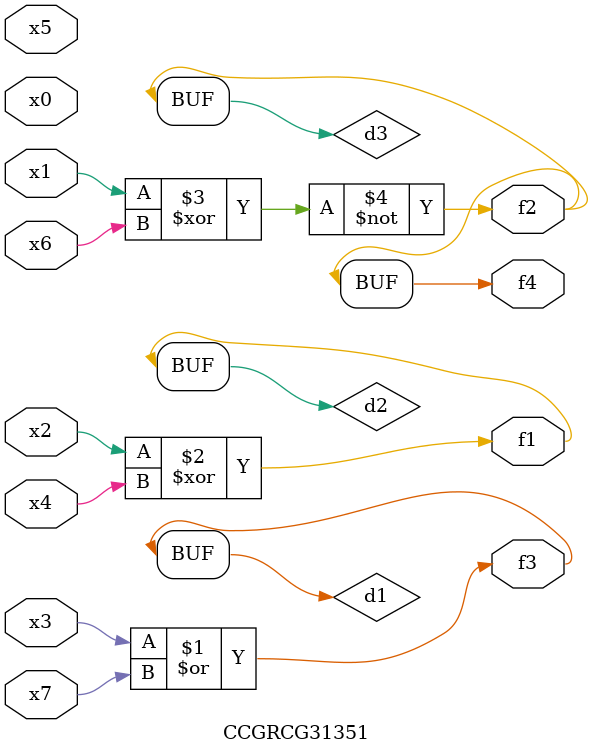
<source format=v>
module CCGRCG31351(
	input x0, x1, x2, x3, x4, x5, x6, x7,
	output f1, f2, f3, f4
);

	wire d1, d2, d3;

	or (d1, x3, x7);
	xor (d2, x2, x4);
	xnor (d3, x1, x6);
	assign f1 = d2;
	assign f2 = d3;
	assign f3 = d1;
	assign f4 = d3;
endmodule

</source>
